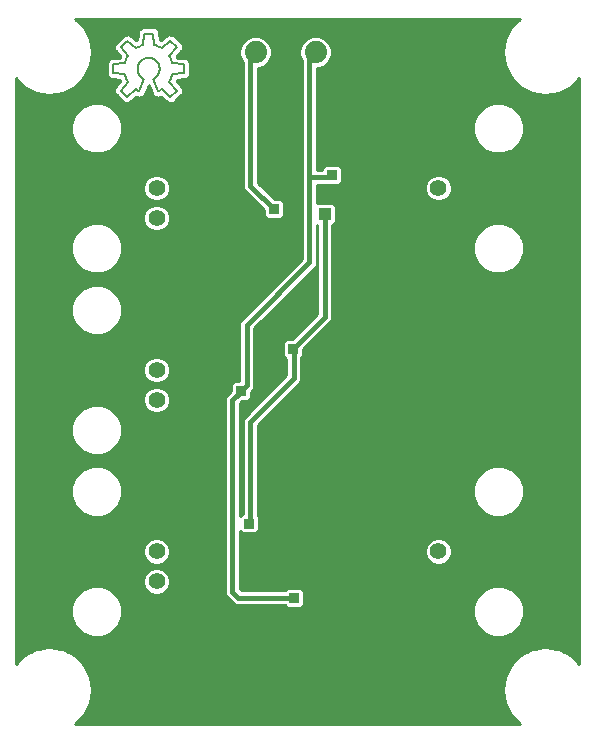
<source format=gbl>
G75*
%MOIN*%
%OFA0B0*%
%FSLAX24Y24*%
%IPPOS*%
%LPD*%
%AMOC8*
5,1,8,0,0,1.08239X$1,22.5*
%
%ADD10C,0.0554*%
%ADD11C,0.0740*%
%ADD12C,0.0100*%
%ADD13R,0.0317X0.0317*%
%ADD14OC8,0.0317*%
%ADD15C,0.0160*%
%ADD16R,0.0396X0.0396*%
%ADD17C,0.0079*%
D10*
X013351Y005351D03*
X013351Y006351D03*
X013351Y011394D03*
X013351Y012394D03*
X013351Y017457D03*
X013351Y018457D03*
X022736Y018457D03*
X022736Y019457D03*
X022736Y007351D03*
X022736Y006351D03*
D11*
X018650Y022985D03*
X017650Y022985D03*
X016650Y022985D03*
D12*
X008651Y022119D02*
X008651Y002590D01*
X008938Y002878D01*
X008938Y002878D01*
X009335Y003080D01*
X009335Y003080D01*
X009776Y003150D01*
X009776Y003150D01*
X010216Y003080D01*
X010613Y002878D01*
X010929Y002562D01*
X010929Y002562D01*
X011131Y002165D01*
X011131Y002165D01*
X011201Y001725D01*
X011131Y001284D01*
X011131Y001284D01*
X010929Y000887D01*
X010929Y000887D01*
X010641Y000600D01*
X025446Y000600D01*
X025158Y000887D01*
X025158Y000887D01*
X024956Y001284D01*
X024956Y001284D01*
X024886Y001725D01*
X024886Y001725D01*
X024956Y002165D01*
X024956Y002165D01*
X025158Y002562D01*
X025158Y002562D01*
X025474Y002878D01*
X025474Y002878D01*
X025871Y003080D01*
X025871Y003080D01*
X026311Y003150D01*
X026311Y003150D01*
X026752Y003080D01*
X026752Y003080D01*
X027149Y002878D01*
X027149Y002878D01*
X027436Y002590D01*
X027436Y022119D01*
X027149Y021832D01*
X027149Y021832D01*
X026752Y021629D01*
X026752Y021629D01*
X026311Y021560D01*
X026311Y021560D01*
X025871Y021629D01*
X025871Y021629D01*
X025474Y021832D01*
X025474Y021832D01*
X025158Y022147D01*
X025158Y022147D01*
X024956Y022544D01*
X024886Y022985D01*
X024956Y023425D01*
X025158Y023822D01*
X025446Y024109D01*
X010641Y024109D01*
X010929Y023822D01*
X010929Y023822D01*
X011131Y023425D01*
X011131Y023425D01*
X011201Y022985D01*
X011131Y022544D01*
X010929Y022147D01*
X010929Y022147D01*
X010613Y021832D01*
X010613Y021832D01*
X010216Y021629D01*
X010216Y021629D01*
X009776Y021560D01*
X009776Y021560D01*
X009335Y021629D01*
X009335Y021629D01*
X008938Y021832D01*
X008938Y021832D01*
X008651Y022119D01*
X008651Y022116D02*
X008654Y022116D01*
X008651Y022017D02*
X008753Y022017D01*
X008851Y021919D02*
X008651Y021919D01*
X008651Y021820D02*
X008961Y021820D01*
X009155Y021722D02*
X008651Y021722D01*
X008651Y021623D02*
X009375Y021623D01*
X008651Y021525D02*
X012038Y021525D01*
X012012Y021551D02*
X012200Y021362D01*
X012248Y021303D01*
X012260Y021302D01*
X012269Y021293D01*
X012345Y021293D01*
X012421Y021286D01*
X012430Y021293D01*
X012442Y021293D01*
X012496Y021347D01*
X012678Y021496D01*
X012692Y021490D01*
X012739Y021470D01*
X012772Y021457D01*
X012772Y021457D01*
X012844Y021486D01*
X012932Y021523D01*
X012932Y021523D01*
X012932Y021523D01*
X012983Y021644D01*
X013083Y021886D01*
X013190Y021629D01*
X013233Y021523D01*
X013233Y021523D01*
X013334Y021481D01*
X013394Y021457D01*
X013431Y021472D01*
X013474Y021490D01*
X013488Y021496D01*
X013670Y021347D01*
X013723Y021293D01*
X013736Y021293D01*
X013745Y021286D01*
X013821Y021293D01*
X013897Y021293D01*
X013905Y021302D01*
X013918Y021303D01*
X013966Y021362D01*
X014154Y021551D01*
X014213Y021599D01*
X014214Y021611D01*
X014223Y021620D01*
X014223Y021696D01*
X014231Y021771D01*
X014223Y021781D01*
X014223Y021793D01*
X014169Y021847D01*
X014029Y022019D01*
X014040Y022037D01*
X014044Y022058D01*
X014266Y022080D01*
X014342Y022080D01*
X014351Y022089D01*
X014363Y022090D01*
X014411Y022149D01*
X014465Y022203D01*
X014465Y022215D01*
X014472Y022224D01*
X014465Y022300D01*
X014465Y022567D01*
X014472Y022643D01*
X014465Y022652D01*
X014465Y022664D01*
X014411Y022718D01*
X014363Y022777D01*
X014351Y022778D01*
X014342Y022787D01*
X014266Y022787D01*
X014044Y022809D01*
X014040Y022830D01*
X014029Y022848D01*
X014169Y023020D01*
X014223Y023074D01*
X014223Y023086D01*
X014231Y023096D01*
X014223Y023171D01*
X014223Y023247D01*
X014214Y023256D01*
X014213Y023268D01*
X014154Y023316D01*
X013966Y023505D01*
X013918Y023564D01*
X013905Y023565D01*
X013897Y023574D01*
X013821Y023574D01*
X013745Y023581D01*
X013736Y023574D01*
X013723Y023574D01*
X013670Y023520D01*
X013497Y023379D01*
X013479Y023390D01*
X013459Y023395D01*
X013436Y023616D01*
X013436Y023692D01*
X025092Y023692D01*
X025142Y023790D02*
X013339Y023790D01*
X013314Y023815D02*
X013301Y023815D01*
X013292Y023823D01*
X013216Y023815D01*
X012950Y023815D01*
X012874Y023823D01*
X012864Y023815D01*
X012852Y023815D01*
X012798Y023761D01*
X012739Y023713D01*
X012738Y023701D01*
X012730Y023692D01*
X010995Y023692D01*
X010945Y023790D02*
X012827Y023790D01*
X012730Y023692D02*
X012730Y023616D01*
X012707Y023395D01*
X012687Y023390D01*
X012687Y023390D01*
X012669Y023379D01*
X012496Y023520D01*
X012442Y023574D01*
X012430Y023574D01*
X012421Y023581D01*
X012345Y023574D01*
X012269Y023574D01*
X012260Y023565D01*
X012248Y023564D01*
X012200Y023505D01*
X012012Y023316D01*
X011953Y023268D01*
X011951Y023256D01*
X011943Y023247D01*
X011943Y023171D01*
X011935Y023096D01*
X011943Y023086D01*
X011943Y023074D01*
X011997Y023020D01*
X012137Y022848D01*
X012126Y022830D01*
X012126Y022830D01*
X012121Y022809D01*
X011900Y022787D01*
X011824Y022787D01*
X011815Y022778D01*
X011803Y022777D01*
X011755Y022718D01*
X011701Y022664D01*
X011701Y022652D01*
X011694Y022643D01*
X011701Y022567D01*
X011701Y022300D01*
X011694Y022224D01*
X011701Y022215D01*
X011701Y022203D01*
X011755Y022149D01*
X011803Y022090D01*
X011815Y022089D01*
X011824Y022080D01*
X011900Y022080D01*
X012121Y022058D01*
X012126Y022037D01*
X012137Y022019D01*
X011997Y021847D01*
X011943Y021793D01*
X011943Y021781D01*
X011935Y021771D01*
X011943Y021696D01*
X011943Y021620D01*
X011951Y021611D01*
X011953Y021599D01*
X012012Y021551D01*
X011943Y021623D02*
X010176Y021623D01*
X010397Y021722D02*
X011940Y021722D01*
X011970Y021820D02*
X010590Y021820D01*
X010700Y021919D02*
X012055Y021919D01*
X012135Y022017D02*
X010799Y022017D01*
X010897Y022116D02*
X011782Y022116D01*
X011701Y022214D02*
X010963Y022214D01*
X011013Y022313D02*
X011701Y022313D01*
X011701Y022411D02*
X011063Y022411D01*
X011113Y022510D02*
X011701Y022510D01*
X011697Y022608D02*
X011141Y022608D01*
X011131Y022544D02*
X011131Y022544D01*
X011157Y022707D02*
X011744Y022707D01*
X012080Y022805D02*
X011172Y022805D01*
X011188Y022904D02*
X012092Y022904D01*
X012011Y023002D02*
X011198Y023002D01*
X011182Y023101D02*
X011936Y023101D01*
X011943Y023199D02*
X011167Y023199D01*
X011151Y023298D02*
X011989Y023298D01*
X012092Y023396D02*
X011136Y023396D01*
X011096Y023495D02*
X012190Y023495D01*
X012527Y023495D02*
X012717Y023495D01*
X012727Y023593D02*
X011045Y023593D01*
X010862Y023889D02*
X025225Y023889D01*
X025323Y023987D02*
X010764Y023987D01*
X010665Y024086D02*
X025422Y024086D01*
X025042Y023593D02*
X013439Y023593D01*
X013449Y023495D02*
X013639Y023495D01*
X013518Y023396D02*
X013459Y023396D01*
X013479Y023390D02*
X013479Y023390D01*
X013436Y023692D02*
X013428Y023701D01*
X013426Y023713D01*
X013367Y023761D01*
X013314Y023815D01*
X013976Y023495D02*
X016470Y023495D01*
X016542Y023525D02*
X016344Y023442D01*
X016192Y023291D01*
X016110Y023092D01*
X016110Y022877D01*
X016192Y022679D01*
X016219Y022652D01*
X016219Y018486D01*
X016257Y018394D01*
X016927Y017724D01*
X016927Y017519D01*
X017027Y017420D01*
X017485Y017420D01*
X017585Y017519D01*
X017585Y017978D01*
X017485Y018077D01*
X017281Y018077D01*
X016719Y018639D01*
X016719Y022445D01*
X016757Y022445D01*
X016956Y022527D01*
X017108Y022679D01*
X017190Y022877D01*
X017190Y023092D01*
X017108Y023291D01*
X016956Y023442D01*
X016757Y023525D01*
X016542Y023525D01*
X016298Y023396D02*
X014074Y023396D01*
X014177Y023298D02*
X016199Y023298D01*
X016154Y023199D02*
X014223Y023199D01*
X014230Y023101D02*
X016113Y023101D01*
X016110Y023002D02*
X014154Y023002D01*
X014074Y022904D02*
X016110Y022904D01*
X016140Y022805D02*
X014086Y022805D01*
X014040Y022830D02*
X014040Y022830D01*
X014422Y022707D02*
X016181Y022707D01*
X016219Y022608D02*
X014469Y022608D01*
X014465Y022510D02*
X016219Y022510D01*
X016219Y022411D02*
X014465Y022411D01*
X014465Y022313D02*
X016219Y022313D01*
X016219Y022214D02*
X014465Y022214D01*
X014384Y022116D02*
X016219Y022116D01*
X016219Y022017D02*
X014030Y022017D01*
X014040Y022037D02*
X014040Y022037D01*
X014111Y021919D02*
X016219Y021919D01*
X016219Y021820D02*
X014196Y021820D01*
X014226Y021722D02*
X016219Y021722D01*
X016219Y021623D02*
X014223Y021623D01*
X014128Y021525D02*
X016219Y021525D01*
X016219Y021426D02*
X014029Y021426D01*
X013937Y021328D02*
X016219Y021328D01*
X016219Y021229D02*
X011692Y021229D01*
X011829Y021172D02*
X011518Y021301D01*
X011183Y021301D01*
X010873Y021172D01*
X010635Y020935D01*
X010507Y020625D01*
X010507Y020289D01*
X010635Y019979D01*
X010873Y019742D01*
X011183Y019613D01*
X011518Y019613D01*
X011829Y019742D01*
X012066Y019979D01*
X012194Y020289D01*
X012194Y020625D01*
X012066Y020935D01*
X011829Y021172D01*
X011870Y021131D02*
X016219Y021131D01*
X016219Y021032D02*
X011969Y021032D01*
X012066Y020934D02*
X016219Y020934D01*
X016219Y020835D02*
X012107Y020835D01*
X012148Y020737D02*
X016219Y020737D01*
X016219Y020638D02*
X012189Y020638D01*
X012194Y020540D02*
X016219Y020540D01*
X016219Y020441D02*
X012194Y020441D01*
X012194Y020343D02*
X016219Y020343D01*
X016219Y020244D02*
X012176Y020244D01*
X012135Y020146D02*
X016219Y020146D01*
X016219Y020047D02*
X012094Y020047D01*
X012035Y019949D02*
X016219Y019949D01*
X016219Y019850D02*
X011937Y019850D01*
X011838Y019752D02*
X016219Y019752D01*
X016219Y019653D02*
X011614Y019653D01*
X011087Y019653D02*
X008651Y019653D01*
X008651Y019555D02*
X016219Y019555D01*
X016219Y019456D02*
X008651Y019456D01*
X008651Y019358D02*
X016219Y019358D01*
X016219Y019259D02*
X008651Y019259D01*
X008651Y019161D02*
X016219Y019161D01*
X016219Y019062D02*
X008651Y019062D01*
X008651Y018964D02*
X016219Y018964D01*
X016219Y018865D02*
X013534Y018865D01*
X013604Y018836D02*
X013440Y018904D01*
X013262Y018904D01*
X013097Y018836D01*
X012972Y018710D01*
X012903Y018546D01*
X012903Y018368D01*
X012972Y018204D01*
X013097Y018078D01*
X013262Y018010D01*
X013440Y018010D01*
X013604Y018078D01*
X013730Y018204D01*
X013798Y018368D01*
X013798Y018546D01*
X013730Y018710D01*
X013604Y018836D01*
X013674Y018767D02*
X016219Y018767D01*
X016219Y018668D02*
X013747Y018668D01*
X013788Y018570D02*
X016219Y018570D01*
X016225Y018471D02*
X013798Y018471D01*
X013798Y018373D02*
X016278Y018373D01*
X016377Y018274D02*
X013759Y018274D01*
X013701Y018176D02*
X016475Y018176D01*
X016574Y018077D02*
X013602Y018077D01*
X013498Y017880D02*
X016771Y017880D01*
X016869Y017782D02*
X013659Y017782D01*
X013604Y017836D02*
X013440Y017904D01*
X013262Y017904D01*
X013097Y017836D01*
X012972Y017710D01*
X012903Y017546D01*
X012903Y017368D01*
X012972Y017204D01*
X013097Y017078D01*
X013262Y017010D01*
X013440Y017010D01*
X013604Y017078D01*
X013730Y017204D01*
X013798Y017368D01*
X013798Y017546D01*
X013730Y017710D01*
X013604Y017836D01*
X013741Y017683D02*
X016927Y017683D01*
X016927Y017585D02*
X013782Y017585D01*
X013798Y017486D02*
X016961Y017486D01*
X017552Y017486D02*
X018187Y017486D01*
X018187Y017388D02*
X013798Y017388D01*
X013765Y017289D02*
X018187Y017289D01*
X018187Y017191D02*
X013716Y017191D01*
X013618Y017092D02*
X018187Y017092D01*
X018187Y016994D02*
X012007Y016994D01*
X012066Y016935D02*
X011829Y017172D01*
X011518Y017301D01*
X011183Y017301D01*
X010873Y017172D01*
X010635Y016935D01*
X010507Y016625D01*
X010507Y016289D01*
X010635Y015979D01*
X010873Y015742D01*
X011183Y015613D01*
X011518Y015613D01*
X011829Y015742D01*
X012066Y015979D01*
X012194Y016289D01*
X012194Y016625D01*
X012066Y016935D01*
X012082Y016895D02*
X018187Y016895D01*
X018187Y016797D02*
X012123Y016797D01*
X012164Y016698D02*
X018187Y016698D01*
X018187Y016600D02*
X012194Y016600D01*
X012194Y016501D02*
X018187Y016501D01*
X018187Y016403D02*
X012194Y016403D01*
X012194Y016304D02*
X018187Y016304D01*
X018187Y016206D02*
X012160Y016206D01*
X012119Y016107D02*
X018187Y016107D01*
X018187Y016080D02*
X016209Y014102D01*
X016139Y014032D01*
X016101Y013940D01*
X012076Y013940D01*
X012066Y013916D02*
X012194Y014226D01*
X012194Y014562D01*
X012066Y014872D01*
X011829Y015109D01*
X011518Y015238D01*
X011183Y015238D01*
X010873Y015109D01*
X010635Y014872D01*
X010507Y014562D01*
X010507Y014226D01*
X010635Y013916D01*
X010873Y013679D01*
X011183Y013550D01*
X011518Y013550D01*
X011829Y013679D01*
X012066Y013916D01*
X011991Y013842D02*
X016101Y013842D01*
X016101Y013940D02*
X016101Y012014D01*
X015925Y012014D01*
X015825Y011915D01*
X015825Y011696D01*
X015666Y011537D01*
X015628Y011445D01*
X015628Y004943D01*
X015666Y004851D01*
X015737Y004781D01*
X015933Y004584D01*
X016025Y004546D01*
X017618Y004546D01*
X017696Y004467D01*
X018155Y004467D01*
X018254Y004567D01*
X018254Y005025D01*
X018155Y005124D01*
X017696Y005124D01*
X017618Y005046D01*
X016179Y005046D01*
X016128Y005096D01*
X016128Y007019D01*
X016200Y006947D01*
X016659Y006947D01*
X016758Y007047D01*
X016758Y007505D01*
X016719Y007545D01*
X016719Y010558D01*
X018067Y011907D01*
X018137Y011977D01*
X018175Y012069D01*
X018175Y012834D01*
X018215Y012874D01*
X018215Y013078D01*
X019161Y014024D01*
X019199Y014116D01*
X019199Y017223D01*
X019218Y017223D01*
X019317Y017322D01*
X019317Y017859D01*
X019218Y017959D01*
X018687Y017959D01*
X018687Y018561D01*
X019414Y018561D01*
X019514Y018661D01*
X019514Y019119D01*
X019414Y019219D01*
X018956Y019219D01*
X018857Y019119D01*
X018857Y019061D01*
X018687Y019061D01*
X018687Y022445D01*
X018757Y022445D01*
X018956Y022527D01*
X019108Y022679D01*
X019190Y022877D01*
X019190Y023092D01*
X019108Y023291D01*
X018956Y023442D01*
X018757Y023525D01*
X018542Y023525D01*
X018344Y023442D01*
X018192Y023291D01*
X018110Y023092D01*
X018110Y022877D01*
X018187Y022690D01*
X018187Y016080D01*
X018115Y016009D02*
X012078Y016009D01*
X011997Y015910D02*
X018017Y015910D01*
X017918Y015812D02*
X011898Y015812D01*
X011759Y015713D02*
X017820Y015713D01*
X017721Y015615D02*
X011521Y015615D01*
X011180Y015615D02*
X008651Y015615D01*
X008651Y015713D02*
X010942Y015713D01*
X010803Y015812D02*
X008651Y015812D01*
X008651Y015910D02*
X010705Y015910D01*
X010623Y016009D02*
X008651Y016009D01*
X008651Y016107D02*
X010582Y016107D01*
X010542Y016206D02*
X008651Y016206D01*
X008651Y016304D02*
X010507Y016304D01*
X010507Y016403D02*
X008651Y016403D01*
X008651Y016501D02*
X010507Y016501D01*
X010507Y016600D02*
X008651Y016600D01*
X008651Y016698D02*
X010537Y016698D01*
X010578Y016797D02*
X008651Y016797D01*
X008651Y016895D02*
X010619Y016895D01*
X010694Y016994D02*
X008651Y016994D01*
X008651Y017092D02*
X010792Y017092D01*
X010917Y017191D02*
X008651Y017191D01*
X008651Y017289D02*
X011154Y017289D01*
X011547Y017289D02*
X012936Y017289D01*
X012903Y017388D02*
X008651Y017388D01*
X008651Y017486D02*
X012903Y017486D01*
X012919Y017585D02*
X008651Y017585D01*
X008651Y017683D02*
X012960Y017683D01*
X013043Y017782D02*
X008651Y017782D01*
X008651Y017880D02*
X013203Y017880D01*
X013100Y018077D02*
X008651Y018077D01*
X008651Y017979D02*
X016672Y017979D01*
X017084Y018274D02*
X018187Y018274D01*
X018187Y018176D02*
X017183Y018176D01*
X016986Y018373D02*
X018187Y018373D01*
X018187Y018471D02*
X016887Y018471D01*
X016789Y018570D02*
X018187Y018570D01*
X018187Y018668D02*
X016719Y018668D01*
X016719Y018767D02*
X018187Y018767D01*
X018187Y018865D02*
X016719Y018865D01*
X016719Y018964D02*
X018187Y018964D01*
X018187Y019062D02*
X016719Y019062D01*
X016719Y019161D02*
X018187Y019161D01*
X018187Y019259D02*
X016719Y019259D01*
X016719Y019358D02*
X018187Y019358D01*
X018187Y019456D02*
X016719Y019456D01*
X016719Y019555D02*
X018187Y019555D01*
X018187Y019653D02*
X016719Y019653D01*
X016719Y019752D02*
X018187Y019752D01*
X018187Y019850D02*
X016719Y019850D01*
X016719Y019949D02*
X018187Y019949D01*
X018187Y020047D02*
X016719Y020047D01*
X016719Y020146D02*
X018187Y020146D01*
X018187Y020244D02*
X016719Y020244D01*
X016719Y020343D02*
X018187Y020343D01*
X018187Y020441D02*
X016719Y020441D01*
X016719Y020540D02*
X018187Y020540D01*
X018187Y020638D02*
X016719Y020638D01*
X016719Y020737D02*
X018187Y020737D01*
X018187Y020835D02*
X016719Y020835D01*
X016719Y020934D02*
X018187Y020934D01*
X018187Y021032D02*
X016719Y021032D01*
X016719Y021131D02*
X018187Y021131D01*
X018187Y021229D02*
X016719Y021229D01*
X016719Y021328D02*
X018187Y021328D01*
X018187Y021426D02*
X016719Y021426D01*
X016719Y021525D02*
X018187Y021525D01*
X018187Y021623D02*
X016719Y021623D01*
X016719Y021722D02*
X018187Y021722D01*
X018187Y021820D02*
X016719Y021820D01*
X016719Y021919D02*
X018187Y021919D01*
X018187Y022017D02*
X016719Y022017D01*
X016719Y022116D02*
X018187Y022116D01*
X018187Y022214D02*
X016719Y022214D01*
X016719Y022313D02*
X018187Y022313D01*
X018187Y022411D02*
X016719Y022411D01*
X016914Y022510D02*
X018187Y022510D01*
X018187Y022608D02*
X017037Y022608D01*
X017119Y022707D02*
X018181Y022707D01*
X018140Y022805D02*
X017160Y022805D01*
X017190Y022904D02*
X018110Y022904D01*
X018110Y023002D02*
X017190Y023002D01*
X017186Y023101D02*
X018113Y023101D01*
X018154Y023199D02*
X017146Y023199D01*
X017101Y023298D02*
X018199Y023298D01*
X018298Y023396D02*
X017002Y023396D01*
X016830Y023495D02*
X018470Y023495D01*
X018830Y023495D02*
X024991Y023495D01*
X024951Y023396D02*
X019002Y023396D01*
X019101Y023298D02*
X024936Y023298D01*
X024920Y023199D02*
X019146Y023199D01*
X019186Y023101D02*
X024905Y023101D01*
X024889Y023002D02*
X019190Y023002D01*
X019190Y022904D02*
X024899Y022904D01*
X024915Y022805D02*
X019160Y022805D01*
X019119Y022707D02*
X024930Y022707D01*
X024946Y022608D02*
X019037Y022608D01*
X018914Y022510D02*
X024974Y022510D01*
X025024Y022411D02*
X018687Y022411D01*
X018687Y022313D02*
X025074Y022313D01*
X025124Y022214D02*
X018687Y022214D01*
X018687Y022116D02*
X025190Y022116D01*
X025288Y022017D02*
X018687Y022017D01*
X018687Y021919D02*
X025387Y021919D01*
X025497Y021820D02*
X018687Y021820D01*
X018687Y021722D02*
X025690Y021722D01*
X025911Y021623D02*
X018687Y021623D01*
X018687Y021525D02*
X027436Y021525D01*
X027436Y021623D02*
X026712Y021623D01*
X026932Y021722D02*
X027436Y021722D01*
X027436Y021820D02*
X027126Y021820D01*
X027236Y021919D02*
X027436Y021919D01*
X027436Y022017D02*
X027334Y022017D01*
X027433Y022116D02*
X027436Y022116D01*
X027436Y021426D02*
X018687Y021426D01*
X018687Y021328D02*
X027436Y021328D01*
X027436Y021229D02*
X025077Y021229D01*
X025214Y021172D02*
X024904Y021301D01*
X024569Y021301D01*
X024259Y021172D01*
X024021Y020935D01*
X023893Y020625D01*
X023893Y020289D01*
X024021Y019979D01*
X024259Y019742D01*
X024569Y019613D01*
X024904Y019613D01*
X025214Y019742D01*
X025452Y019979D01*
X025580Y020289D01*
X025580Y020625D01*
X025452Y020935D01*
X025214Y021172D01*
X025256Y021131D02*
X027436Y021131D01*
X027436Y021032D02*
X025355Y021032D01*
X025452Y020934D02*
X027436Y020934D01*
X027436Y020835D02*
X025493Y020835D01*
X025534Y020737D02*
X027436Y020737D01*
X027436Y020638D02*
X025575Y020638D01*
X025580Y020540D02*
X027436Y020540D01*
X027436Y020441D02*
X025580Y020441D01*
X025580Y020343D02*
X027436Y020343D01*
X027436Y020244D02*
X025561Y020244D01*
X025521Y020146D02*
X027436Y020146D01*
X027436Y020047D02*
X025480Y020047D01*
X025421Y019949D02*
X027436Y019949D01*
X027436Y019850D02*
X025323Y019850D01*
X025224Y019752D02*
X027436Y019752D01*
X027436Y019653D02*
X025000Y019653D01*
X024473Y019653D02*
X018687Y019653D01*
X018687Y019555D02*
X027436Y019555D01*
X027436Y019456D02*
X018687Y019456D01*
X018687Y019358D02*
X027436Y019358D01*
X027436Y019259D02*
X018687Y019259D01*
X018687Y019161D02*
X018898Y019161D01*
X018857Y019062D02*
X018687Y019062D01*
X018687Y019752D02*
X024249Y019752D01*
X024150Y019850D02*
X018687Y019850D01*
X018687Y019949D02*
X024052Y019949D01*
X023993Y020047D02*
X018687Y020047D01*
X018687Y020146D02*
X023952Y020146D01*
X023911Y020244D02*
X018687Y020244D01*
X018687Y020343D02*
X023893Y020343D01*
X023893Y020441D02*
X018687Y020441D01*
X018687Y020540D02*
X023893Y020540D01*
X023898Y020638D02*
X018687Y020638D01*
X018687Y020737D02*
X023939Y020737D01*
X023980Y020835D02*
X018687Y020835D01*
X018687Y020934D02*
X024021Y020934D01*
X024118Y021032D02*
X018687Y021032D01*
X018687Y021131D02*
X024217Y021131D01*
X024395Y021229D02*
X018687Y021229D01*
X019473Y019161D02*
X027436Y019161D01*
X027436Y019062D02*
X019514Y019062D01*
X019514Y018964D02*
X027436Y018964D01*
X027436Y018865D02*
X022920Y018865D01*
X022990Y018836D02*
X022825Y018904D01*
X022648Y018904D01*
X022483Y018836D01*
X022357Y018710D01*
X022289Y018546D01*
X022289Y018368D01*
X022357Y018204D01*
X022483Y018078D01*
X022648Y018010D01*
X022825Y018010D01*
X022990Y018078D01*
X023116Y018204D01*
X023184Y018368D01*
X023184Y018546D01*
X023116Y018710D01*
X022990Y018836D01*
X023059Y018767D02*
X027436Y018767D01*
X027436Y018668D02*
X023133Y018668D01*
X023174Y018570D02*
X027436Y018570D01*
X027436Y018471D02*
X023184Y018471D01*
X023184Y018373D02*
X027436Y018373D01*
X027436Y018274D02*
X023145Y018274D01*
X023087Y018176D02*
X027436Y018176D01*
X027436Y018077D02*
X022987Y018077D01*
X022485Y018077D02*
X018687Y018077D01*
X018687Y017979D02*
X027436Y017979D01*
X027436Y017880D02*
X019297Y017880D01*
X019317Y017782D02*
X027436Y017782D01*
X027436Y017683D02*
X019317Y017683D01*
X019317Y017585D02*
X027436Y017585D01*
X027436Y017486D02*
X019317Y017486D01*
X019317Y017388D02*
X027436Y017388D01*
X027436Y017289D02*
X024933Y017289D01*
X024904Y017301D02*
X025214Y017172D01*
X025452Y016935D01*
X025580Y016625D01*
X025580Y016289D01*
X025452Y015979D01*
X025214Y015742D01*
X024904Y015613D01*
X024569Y015613D01*
X024259Y015742D01*
X024021Y015979D01*
X023893Y016289D01*
X023893Y016625D01*
X024021Y016935D01*
X024259Y017172D01*
X024569Y017301D01*
X024904Y017301D01*
X025170Y017191D02*
X027436Y017191D01*
X027436Y017092D02*
X025295Y017092D01*
X025393Y016994D02*
X027436Y016994D01*
X027436Y016895D02*
X025468Y016895D01*
X025509Y016797D02*
X027436Y016797D01*
X027436Y016698D02*
X025550Y016698D01*
X025580Y016600D02*
X027436Y016600D01*
X027436Y016501D02*
X025580Y016501D01*
X025580Y016403D02*
X027436Y016403D01*
X027436Y016304D02*
X025580Y016304D01*
X025545Y016206D02*
X027436Y016206D01*
X027436Y016107D02*
X025505Y016107D01*
X025464Y016009D02*
X027436Y016009D01*
X027436Y015910D02*
X025383Y015910D01*
X025284Y015812D02*
X027436Y015812D01*
X027436Y015713D02*
X025145Y015713D01*
X024907Y015615D02*
X027436Y015615D01*
X027436Y015516D02*
X019199Y015516D01*
X019199Y015418D02*
X027436Y015418D01*
X027436Y015319D02*
X019199Y015319D01*
X019199Y015221D02*
X027436Y015221D01*
X027436Y015122D02*
X019199Y015122D01*
X019199Y015024D02*
X027436Y015024D01*
X027436Y014925D02*
X019199Y014925D01*
X019199Y014827D02*
X027436Y014827D01*
X027436Y014728D02*
X019199Y014728D01*
X019199Y014630D02*
X027436Y014630D01*
X027436Y014531D02*
X019199Y014531D01*
X019199Y014433D02*
X027436Y014433D01*
X027436Y014334D02*
X019199Y014334D01*
X019199Y014236D02*
X027436Y014236D01*
X027436Y014137D02*
X019199Y014137D01*
X019167Y014039D02*
X027436Y014039D01*
X027436Y013940D02*
X019077Y013940D01*
X018978Y013842D02*
X027436Y013842D01*
X027436Y013743D02*
X018880Y013743D01*
X018781Y013645D02*
X027436Y013645D01*
X027436Y013546D02*
X018683Y013546D01*
X018584Y013448D02*
X027436Y013448D01*
X027436Y013349D02*
X018486Y013349D01*
X018387Y013251D02*
X027436Y013251D01*
X027436Y013152D02*
X018289Y013152D01*
X018215Y013054D02*
X027436Y013054D01*
X027436Y012955D02*
X018215Y012955D01*
X018198Y012857D02*
X027436Y012857D01*
X027436Y012758D02*
X018175Y012758D01*
X018175Y012660D02*
X027436Y012660D01*
X027436Y012561D02*
X018175Y012561D01*
X018175Y012463D02*
X027436Y012463D01*
X027436Y012364D02*
X018175Y012364D01*
X018175Y012266D02*
X027436Y012266D01*
X027436Y012167D02*
X018175Y012167D01*
X018175Y012069D02*
X027436Y012069D01*
X027436Y011970D02*
X018131Y011970D01*
X018032Y011872D02*
X027436Y011872D01*
X027436Y011773D02*
X017934Y011773D01*
X017835Y011675D02*
X027436Y011675D01*
X027436Y011576D02*
X017737Y011576D01*
X017638Y011478D02*
X027436Y011478D01*
X027436Y011379D02*
X017540Y011379D01*
X017441Y011281D02*
X027436Y011281D01*
X027436Y011182D02*
X017343Y011182D01*
X017244Y011084D02*
X027436Y011084D01*
X027436Y010985D02*
X017146Y010985D01*
X017047Y010887D02*
X027436Y010887D01*
X027436Y010788D02*
X016949Y010788D01*
X016850Y010690D02*
X027436Y010690D01*
X027436Y010591D02*
X016752Y010591D01*
X016719Y010493D02*
X027436Y010493D01*
X027436Y010394D02*
X016719Y010394D01*
X016719Y010296D02*
X027436Y010296D01*
X027436Y010197D02*
X016719Y010197D01*
X016719Y010099D02*
X027436Y010099D01*
X027436Y010000D02*
X016719Y010000D01*
X016719Y009902D02*
X027436Y009902D01*
X027436Y009803D02*
X016719Y009803D01*
X016719Y009705D02*
X027436Y009705D01*
X027436Y009606D02*
X016719Y009606D01*
X016719Y009508D02*
X027436Y009508D01*
X027436Y009409D02*
X016719Y009409D01*
X016719Y009311D02*
X027436Y009311D01*
X027436Y009212D02*
X016719Y009212D01*
X016719Y009114D02*
X024373Y009114D01*
X024259Y009066D02*
X024021Y008829D01*
X023893Y008519D01*
X023893Y008183D01*
X024021Y007873D01*
X024259Y007636D01*
X024569Y007507D01*
X024904Y007507D01*
X025214Y007636D01*
X025452Y007873D01*
X025580Y008183D01*
X025580Y008519D01*
X025452Y008829D01*
X025214Y009066D01*
X024904Y009194D01*
X024569Y009194D01*
X024259Y009066D01*
X024208Y009015D02*
X016719Y009015D01*
X016719Y008917D02*
X024109Y008917D01*
X024017Y008818D02*
X016719Y008818D01*
X016719Y008720D02*
X023976Y008720D01*
X023935Y008621D02*
X016719Y008621D01*
X016719Y008523D02*
X023894Y008523D01*
X023893Y008424D02*
X016719Y008424D01*
X016719Y008326D02*
X023893Y008326D01*
X023893Y008227D02*
X016719Y008227D01*
X016719Y008129D02*
X023915Y008129D01*
X023956Y008030D02*
X016719Y008030D01*
X016719Y007932D02*
X023997Y007932D01*
X024061Y007833D02*
X016719Y007833D01*
X016719Y007735D02*
X024160Y007735D01*
X024258Y007636D02*
X016719Y007636D01*
X016726Y007538D02*
X024495Y007538D01*
X024978Y007538D02*
X027436Y007538D01*
X027436Y007636D02*
X025215Y007636D01*
X025313Y007735D02*
X027436Y007735D01*
X027436Y007833D02*
X025412Y007833D01*
X025476Y007932D02*
X027436Y007932D01*
X027436Y008030D02*
X025517Y008030D01*
X025558Y008129D02*
X027436Y008129D01*
X027436Y008227D02*
X025580Y008227D01*
X025580Y008326D02*
X027436Y008326D01*
X027436Y008424D02*
X025580Y008424D01*
X025579Y008523D02*
X027436Y008523D01*
X027436Y008621D02*
X025538Y008621D01*
X025497Y008720D02*
X027436Y008720D01*
X027436Y008818D02*
X025456Y008818D01*
X025364Y008917D02*
X027436Y008917D01*
X027436Y009015D02*
X025265Y009015D01*
X025100Y009114D02*
X027436Y009114D01*
X027436Y007439D02*
X016758Y007439D01*
X016758Y007341D02*
X027436Y007341D01*
X027436Y007242D02*
X016758Y007242D01*
X016758Y007144D02*
X027436Y007144D01*
X027436Y007045D02*
X016756Y007045D01*
X016128Y006947D02*
X027436Y006947D01*
X027436Y006848D02*
X016128Y006848D01*
X016128Y006750D02*
X022531Y006750D01*
X022483Y006730D02*
X022357Y006604D01*
X022289Y006440D01*
X022289Y006262D01*
X022357Y006097D01*
X022483Y005972D01*
X022648Y005904D01*
X022825Y005904D01*
X022990Y005972D01*
X023116Y006097D01*
X023184Y006262D01*
X023184Y006440D01*
X023116Y006604D01*
X022990Y006730D01*
X022825Y006798D01*
X022648Y006798D01*
X022483Y006730D01*
X022404Y006651D02*
X016128Y006651D01*
X016128Y006553D02*
X022336Y006553D01*
X022295Y006454D02*
X016128Y006454D01*
X016128Y006356D02*
X022289Y006356D01*
X022291Y006257D02*
X016128Y006257D01*
X016128Y006159D02*
X022332Y006159D01*
X022395Y006060D02*
X016128Y006060D01*
X016128Y005962D02*
X022508Y005962D01*
X022965Y005962D02*
X027436Y005962D01*
X027436Y006060D02*
X023078Y006060D01*
X023141Y006159D02*
X027436Y006159D01*
X027436Y006257D02*
X023182Y006257D01*
X023184Y006356D02*
X027436Y006356D01*
X027436Y006454D02*
X023178Y006454D01*
X023137Y006553D02*
X027436Y006553D01*
X027436Y006651D02*
X023069Y006651D01*
X022942Y006750D02*
X027436Y006750D01*
X027436Y005863D02*
X016128Y005863D01*
X016128Y005765D02*
X027436Y005765D01*
X027436Y005666D02*
X016128Y005666D01*
X016128Y005568D02*
X027436Y005568D01*
X027436Y005469D02*
X016128Y005469D01*
X016128Y005371D02*
X027436Y005371D01*
X027436Y005272D02*
X016128Y005272D01*
X016128Y005174D02*
X024518Y005174D01*
X024569Y005194D02*
X024259Y005066D01*
X024021Y004829D01*
X023893Y004519D01*
X023893Y004183D01*
X024021Y003873D01*
X024259Y003636D01*
X024569Y003507D01*
X024904Y003507D01*
X025214Y003636D01*
X025452Y003873D01*
X025580Y004183D01*
X025580Y004519D01*
X025452Y004829D01*
X025214Y005066D01*
X024904Y005194D01*
X024569Y005194D01*
X024280Y005075D02*
X018204Y005075D01*
X018254Y004977D02*
X024169Y004977D01*
X024071Y004878D02*
X018254Y004878D01*
X018254Y004780D02*
X024001Y004780D01*
X023960Y004681D02*
X018254Y004681D01*
X018254Y004583D02*
X023919Y004583D01*
X023893Y004484D02*
X018172Y004484D01*
X017679Y004484D02*
X012194Y004484D01*
X012194Y004519D02*
X012066Y004829D01*
X011829Y005066D01*
X011518Y005194D01*
X011183Y005194D01*
X010873Y005066D01*
X010635Y004829D01*
X010507Y004519D01*
X010507Y004183D01*
X010635Y003873D01*
X010873Y003636D01*
X011183Y003507D01*
X011518Y003507D01*
X011829Y003636D01*
X012066Y003873D01*
X012194Y004183D01*
X012194Y004519D01*
X012168Y004583D02*
X015936Y004583D01*
X015836Y004681D02*
X012127Y004681D01*
X012086Y004780D02*
X015738Y004780D01*
X015655Y004878D02*
X012017Y004878D01*
X011918Y004977D02*
X013093Y004977D01*
X013097Y004972D02*
X013262Y004904D01*
X013440Y004904D01*
X013604Y004972D01*
X013730Y005097D01*
X013798Y005262D01*
X013798Y005440D01*
X013730Y005604D01*
X013604Y005730D01*
X013440Y005798D01*
X013262Y005798D01*
X013097Y005730D01*
X012972Y005604D01*
X012903Y005440D01*
X012903Y005262D01*
X012972Y005097D01*
X013097Y004972D01*
X012994Y005075D02*
X011807Y005075D01*
X011569Y005174D02*
X012940Y005174D01*
X012903Y005272D02*
X008651Y005272D01*
X008651Y005174D02*
X011132Y005174D01*
X010894Y005075D02*
X008651Y005075D01*
X008651Y004977D02*
X010783Y004977D01*
X010685Y004878D02*
X008651Y004878D01*
X008651Y004780D02*
X010615Y004780D01*
X010574Y004681D02*
X008651Y004681D01*
X008651Y004583D02*
X010533Y004583D01*
X010507Y004484D02*
X008651Y004484D01*
X008651Y004386D02*
X010507Y004386D01*
X010507Y004287D02*
X008651Y004287D01*
X008651Y004189D02*
X010507Y004189D01*
X010545Y004090D02*
X008651Y004090D01*
X008651Y003992D02*
X010586Y003992D01*
X010627Y003893D02*
X008651Y003893D01*
X008651Y003795D02*
X010714Y003795D01*
X010812Y003696D02*
X008651Y003696D01*
X008651Y003598D02*
X010965Y003598D01*
X011737Y003598D02*
X024350Y003598D01*
X024198Y003696D02*
X011889Y003696D01*
X011988Y003795D02*
X024100Y003795D01*
X024013Y003893D02*
X012074Y003893D01*
X012115Y003992D02*
X023972Y003992D01*
X023931Y004090D02*
X012156Y004090D01*
X012194Y004189D02*
X023893Y004189D01*
X023893Y004287D02*
X012194Y004287D01*
X012194Y004386D02*
X023893Y004386D01*
X024955Y005174D02*
X027436Y005174D01*
X027436Y005075D02*
X025193Y005075D01*
X025304Y004977D02*
X027436Y004977D01*
X027436Y004878D02*
X025402Y004878D01*
X025472Y004780D02*
X027436Y004780D01*
X027436Y004681D02*
X025513Y004681D01*
X025554Y004583D02*
X027436Y004583D01*
X027436Y004484D02*
X025580Y004484D01*
X025580Y004386D02*
X027436Y004386D01*
X027436Y004287D02*
X025580Y004287D01*
X025580Y004189D02*
X027436Y004189D01*
X027436Y004090D02*
X025542Y004090D01*
X025501Y003992D02*
X027436Y003992D01*
X027436Y003893D02*
X025460Y003893D01*
X025373Y003795D02*
X027436Y003795D01*
X027436Y003696D02*
X025275Y003696D01*
X025123Y003598D02*
X027436Y003598D01*
X027436Y003499D02*
X008651Y003499D01*
X008651Y003401D02*
X027436Y003401D01*
X027436Y003302D02*
X008651Y003302D01*
X008651Y003204D02*
X027436Y003204D01*
X027436Y003105D02*
X026594Y003105D01*
X026896Y003007D02*
X027436Y003007D01*
X027436Y002908D02*
X027089Y002908D01*
X027217Y002810D02*
X027436Y002810D01*
X027436Y002711D02*
X027315Y002711D01*
X027414Y002613D02*
X027436Y002613D01*
X026028Y003105D02*
X010059Y003105D01*
X010361Y003007D02*
X025727Y003007D01*
X025533Y002908D02*
X010554Y002908D01*
X010682Y002810D02*
X025406Y002810D01*
X025307Y002711D02*
X010780Y002711D01*
X010879Y002613D02*
X025209Y002613D01*
X025134Y002514D02*
X010953Y002514D01*
X011004Y002416D02*
X025084Y002416D01*
X025033Y002317D02*
X011054Y002317D01*
X011104Y002219D02*
X024983Y002219D01*
X024949Y002120D02*
X011138Y002120D01*
X011154Y002022D02*
X024933Y002022D01*
X024918Y001923D02*
X011169Y001923D01*
X011185Y001825D02*
X024902Y001825D01*
X024886Y001726D02*
X011201Y001726D01*
X011185Y001628D02*
X024902Y001628D01*
X024917Y001529D02*
X011170Y001529D01*
X011154Y001431D02*
X024933Y001431D01*
X024948Y001332D02*
X011139Y001332D01*
X011105Y001234D02*
X024982Y001234D01*
X025032Y001135D02*
X011055Y001135D01*
X011005Y001037D02*
X025082Y001037D01*
X025133Y000938D02*
X010955Y000938D01*
X010881Y000840D02*
X025206Y000840D01*
X025305Y000741D02*
X010782Y000741D01*
X010684Y000643D02*
X025403Y000643D01*
X017647Y005075D02*
X016149Y005075D01*
X015628Y005075D02*
X013707Y005075D01*
X013761Y005174D02*
X015628Y005174D01*
X015628Y005272D02*
X013798Y005272D01*
X013798Y005371D02*
X015628Y005371D01*
X015628Y005469D02*
X013786Y005469D01*
X013745Y005568D02*
X015628Y005568D01*
X015628Y005666D02*
X013668Y005666D01*
X013520Y005765D02*
X015628Y005765D01*
X015628Y005863D02*
X008651Y005863D01*
X008651Y005765D02*
X013181Y005765D01*
X013262Y005904D02*
X013440Y005904D01*
X013604Y005972D01*
X013730Y006097D01*
X013798Y006262D01*
X013798Y006440D01*
X013730Y006604D01*
X013604Y006730D01*
X013440Y006798D01*
X013262Y006798D01*
X013097Y006730D01*
X012972Y006604D01*
X012903Y006440D01*
X012903Y006262D01*
X012972Y006097D01*
X013097Y005972D01*
X013262Y005904D01*
X013122Y005962D02*
X008651Y005962D01*
X008651Y006060D02*
X013009Y006060D01*
X012946Y006159D02*
X008651Y006159D01*
X008651Y006257D02*
X012905Y006257D01*
X012903Y006356D02*
X008651Y006356D01*
X008651Y006454D02*
X012909Y006454D01*
X012950Y006553D02*
X008651Y006553D01*
X008651Y006651D02*
X013018Y006651D01*
X013145Y006750D02*
X008651Y006750D01*
X008651Y006848D02*
X015628Y006848D01*
X015628Y006750D02*
X013557Y006750D01*
X013683Y006651D02*
X015628Y006651D01*
X015628Y006553D02*
X013751Y006553D01*
X013792Y006454D02*
X015628Y006454D01*
X015628Y006356D02*
X013798Y006356D01*
X013796Y006257D02*
X015628Y006257D01*
X015628Y006159D02*
X013755Y006159D01*
X013692Y006060D02*
X015628Y006060D01*
X015628Y005962D02*
X013579Y005962D01*
X013033Y005666D02*
X008651Y005666D01*
X008651Y005568D02*
X012956Y005568D01*
X012916Y005469D02*
X008651Y005469D01*
X008651Y005371D02*
X012903Y005371D01*
X013609Y004977D02*
X015628Y004977D01*
X015628Y006947D02*
X008651Y006947D01*
X008651Y007045D02*
X015628Y007045D01*
X015628Y007144D02*
X008651Y007144D01*
X008651Y007242D02*
X015628Y007242D01*
X015628Y007341D02*
X008651Y007341D01*
X008651Y007439D02*
X015628Y007439D01*
X015628Y007538D02*
X011592Y007538D01*
X011518Y007507D02*
X011829Y007636D01*
X015628Y007636D01*
X015628Y007735D02*
X011928Y007735D01*
X012026Y007833D02*
X015628Y007833D01*
X015628Y007932D02*
X012090Y007932D01*
X012066Y007873D02*
X012194Y008183D01*
X012194Y008519D01*
X012066Y008829D01*
X011829Y009066D01*
X011518Y009194D01*
X011183Y009194D01*
X010873Y009066D01*
X010635Y008829D01*
X010507Y008519D01*
X010507Y008183D01*
X010635Y007873D01*
X010873Y007636D01*
X011183Y007507D01*
X011518Y007507D01*
X011829Y007636D02*
X012066Y007873D01*
X012131Y008030D02*
X015628Y008030D01*
X015628Y008129D02*
X012172Y008129D01*
X012194Y008227D02*
X015628Y008227D01*
X015628Y008326D02*
X012194Y008326D01*
X012194Y008424D02*
X015628Y008424D01*
X015628Y008523D02*
X012193Y008523D01*
X012152Y008621D02*
X015628Y008621D01*
X015628Y008720D02*
X012111Y008720D01*
X012070Y008818D02*
X015628Y008818D01*
X015628Y008917D02*
X011978Y008917D01*
X011880Y009015D02*
X015628Y009015D01*
X015628Y009114D02*
X011714Y009114D01*
X011518Y009550D02*
X011183Y009550D01*
X010873Y009679D01*
X010635Y009916D01*
X010507Y010226D01*
X010507Y010562D01*
X010635Y010872D01*
X010873Y011109D01*
X011183Y011238D01*
X011518Y011238D01*
X011829Y011109D01*
X012066Y010872D01*
X012194Y010562D01*
X012194Y010226D01*
X012066Y009916D01*
X011829Y009679D01*
X011518Y009550D01*
X011653Y009606D02*
X015628Y009606D01*
X015628Y009508D02*
X008651Y009508D01*
X008651Y009606D02*
X011049Y009606D01*
X010847Y009705D02*
X008651Y009705D01*
X008651Y009803D02*
X010749Y009803D01*
X010650Y009902D02*
X008651Y009902D01*
X008651Y010000D02*
X010601Y010000D01*
X010560Y010099D02*
X008651Y010099D01*
X008651Y010197D02*
X010519Y010197D01*
X010507Y010296D02*
X008651Y010296D01*
X008651Y010394D02*
X010507Y010394D01*
X010507Y010493D02*
X008651Y010493D01*
X008651Y010591D02*
X010519Y010591D01*
X010560Y010690D02*
X008651Y010690D01*
X008651Y010788D02*
X010601Y010788D01*
X010650Y010887D02*
X008651Y010887D01*
X008651Y010985D02*
X010748Y010985D01*
X010847Y011084D02*
X008651Y011084D01*
X008651Y011182D02*
X011048Y011182D01*
X011653Y011182D02*
X012954Y011182D01*
X012972Y011141D02*
X013097Y011015D01*
X013262Y010947D01*
X013440Y010947D01*
X013604Y011015D01*
X013730Y011141D01*
X013798Y011305D01*
X013798Y011483D01*
X013730Y011647D01*
X013604Y011773D01*
X015825Y011773D01*
X015825Y011872D02*
X008651Y011872D01*
X008651Y011970D02*
X013206Y011970D01*
X013262Y011947D02*
X013440Y011947D01*
X013604Y012015D01*
X013730Y012141D01*
X013798Y012305D01*
X013798Y012483D01*
X013730Y012647D01*
X013604Y012773D01*
X013440Y012841D01*
X013262Y012841D01*
X013097Y012773D01*
X012972Y012647D01*
X012903Y012483D01*
X012903Y012305D01*
X012972Y012141D01*
X013097Y012015D01*
X013262Y011947D01*
X013262Y011841D02*
X013097Y011773D01*
X008651Y011773D01*
X008651Y011675D02*
X012999Y011675D01*
X012972Y011647D02*
X013097Y011773D01*
X012972Y011647D02*
X012903Y011483D01*
X012903Y011305D01*
X012972Y011141D01*
X013029Y011084D02*
X011854Y011084D01*
X011953Y010985D02*
X013170Y010985D01*
X013532Y010985D02*
X015628Y010985D01*
X015628Y010887D02*
X012051Y010887D01*
X012101Y010788D02*
X015628Y010788D01*
X015628Y010690D02*
X012141Y010690D01*
X012182Y010591D02*
X015628Y010591D01*
X015628Y010493D02*
X012194Y010493D01*
X012194Y010394D02*
X015628Y010394D01*
X015628Y010296D02*
X012194Y010296D01*
X012182Y010197D02*
X015628Y010197D01*
X015628Y010099D02*
X012141Y010099D01*
X012101Y010000D02*
X015628Y010000D01*
X015628Y009902D02*
X012051Y009902D01*
X011953Y009803D02*
X015628Y009803D01*
X015628Y009705D02*
X011854Y009705D01*
X010987Y009114D02*
X008651Y009114D01*
X008651Y009212D02*
X015628Y009212D01*
X015628Y009311D02*
X008651Y009311D01*
X008651Y009409D02*
X015628Y009409D01*
X016128Y009409D02*
X016219Y009409D01*
X016219Y009311D02*
X016128Y009311D01*
X016128Y009212D02*
X016219Y009212D01*
X016219Y009114D02*
X016128Y009114D01*
X016128Y009015D02*
X016219Y009015D01*
X016219Y008917D02*
X016128Y008917D01*
X016128Y008818D02*
X016219Y008818D01*
X016219Y008720D02*
X016128Y008720D01*
X016128Y008621D02*
X016219Y008621D01*
X016219Y008523D02*
X016128Y008523D01*
X016128Y008424D02*
X016219Y008424D01*
X016219Y008326D02*
X016128Y008326D01*
X016128Y008227D02*
X016219Y008227D01*
X016219Y008129D02*
X016128Y008129D01*
X016128Y008030D02*
X016219Y008030D01*
X016219Y007932D02*
X016128Y007932D01*
X016128Y007833D02*
X016219Y007833D01*
X016219Y007735D02*
X016128Y007735D01*
X016128Y007636D02*
X016219Y007636D01*
X016219Y007605D02*
X016200Y007605D01*
X016128Y007533D01*
X016128Y011292D01*
X016193Y011357D01*
X016383Y011357D01*
X016483Y011456D01*
X016483Y011661D01*
X016563Y011741D01*
X016601Y011833D01*
X016601Y013787D01*
X018649Y015835D01*
X018687Y015927D01*
X018687Y017223D01*
X018699Y017223D01*
X018699Y014269D01*
X017861Y013431D01*
X017657Y013431D01*
X017557Y013332D01*
X017557Y012874D01*
X017657Y012774D01*
X017675Y012774D01*
X017675Y012222D01*
X016257Y010803D01*
X016219Y010712D01*
X016219Y007605D01*
X016133Y007538D02*
X016128Y007538D01*
X016128Y009508D02*
X016219Y009508D01*
X016219Y009606D02*
X016128Y009606D01*
X016128Y009705D02*
X016219Y009705D01*
X016219Y009803D02*
X016128Y009803D01*
X016128Y009902D02*
X016219Y009902D01*
X016219Y010000D02*
X016128Y010000D01*
X016128Y010099D02*
X016219Y010099D01*
X016219Y010197D02*
X016128Y010197D01*
X016128Y010296D02*
X016219Y010296D01*
X016219Y010394D02*
X016128Y010394D01*
X016128Y010493D02*
X016219Y010493D01*
X016219Y010591D02*
X016128Y010591D01*
X016128Y010690D02*
X016219Y010690D01*
X016250Y010788D02*
X016128Y010788D01*
X016128Y010887D02*
X016340Y010887D01*
X016438Y010985D02*
X016128Y010985D01*
X016128Y011084D02*
X016537Y011084D01*
X016635Y011182D02*
X016128Y011182D01*
X016128Y011281D02*
X016734Y011281D01*
X016832Y011379D02*
X016405Y011379D01*
X016483Y011478D02*
X016931Y011478D01*
X017029Y011576D02*
X016483Y011576D01*
X016496Y011675D02*
X017128Y011675D01*
X017226Y011773D02*
X016576Y011773D01*
X016601Y011872D02*
X017325Y011872D01*
X017423Y011970D02*
X016601Y011970D01*
X016601Y012069D02*
X017522Y012069D01*
X017620Y012167D02*
X016601Y012167D01*
X016601Y012266D02*
X017675Y012266D01*
X017675Y012364D02*
X016601Y012364D01*
X016601Y012463D02*
X017675Y012463D01*
X017675Y012561D02*
X016601Y012561D01*
X016601Y012660D02*
X017675Y012660D01*
X017675Y012758D02*
X016601Y012758D01*
X016601Y012857D02*
X017574Y012857D01*
X017557Y012955D02*
X016601Y012955D01*
X016601Y013054D02*
X017557Y013054D01*
X017557Y013152D02*
X016601Y013152D01*
X016601Y013251D02*
X017557Y013251D01*
X017574Y013349D02*
X016601Y013349D01*
X016601Y013448D02*
X017877Y013448D01*
X017976Y013546D02*
X016601Y013546D01*
X016601Y013645D02*
X018074Y013645D01*
X018173Y013743D02*
X016601Y013743D01*
X016656Y013842D02*
X018271Y013842D01*
X018370Y013940D02*
X016754Y013940D01*
X016853Y014039D02*
X018468Y014039D01*
X018567Y014137D02*
X016951Y014137D01*
X017050Y014236D02*
X018665Y014236D01*
X018699Y014334D02*
X017148Y014334D01*
X017247Y014433D02*
X018699Y014433D01*
X018699Y014531D02*
X017345Y014531D01*
X017444Y014630D02*
X018699Y014630D01*
X018699Y014728D02*
X017542Y014728D01*
X017641Y014827D02*
X018699Y014827D01*
X018699Y014925D02*
X017739Y014925D01*
X017838Y015024D02*
X018699Y015024D01*
X018699Y015122D02*
X017936Y015122D01*
X018035Y015221D02*
X018699Y015221D01*
X018699Y015319D02*
X018133Y015319D01*
X018232Y015418D02*
X018699Y015418D01*
X018699Y015516D02*
X018330Y015516D01*
X018429Y015615D02*
X018699Y015615D01*
X018699Y015713D02*
X018527Y015713D01*
X018626Y015812D02*
X018699Y015812D01*
X018699Y015910D02*
X018680Y015910D01*
X018687Y016009D02*
X018699Y016009D01*
X018687Y016107D02*
X018699Y016107D01*
X018687Y016206D02*
X018699Y016206D01*
X018687Y016304D02*
X018699Y016304D01*
X018687Y016403D02*
X018699Y016403D01*
X018687Y016501D02*
X018699Y016501D01*
X018687Y016600D02*
X018699Y016600D01*
X018687Y016698D02*
X018699Y016698D01*
X018687Y016797D02*
X018699Y016797D01*
X018687Y016895D02*
X018699Y016895D01*
X018687Y016994D02*
X018699Y016994D01*
X018687Y017092D02*
X018699Y017092D01*
X018687Y017191D02*
X018699Y017191D01*
X019199Y017191D02*
X024302Y017191D01*
X024178Y017092D02*
X019199Y017092D01*
X019199Y016994D02*
X024080Y016994D01*
X024005Y016895D02*
X019199Y016895D01*
X019199Y016797D02*
X023964Y016797D01*
X023923Y016698D02*
X019199Y016698D01*
X019199Y016600D02*
X023893Y016600D01*
X023893Y016501D02*
X019199Y016501D01*
X019199Y016403D02*
X023893Y016403D01*
X023893Y016304D02*
X019199Y016304D01*
X019199Y016206D02*
X023927Y016206D01*
X023968Y016107D02*
X019199Y016107D01*
X019199Y016009D02*
X024009Y016009D01*
X024090Y015910D02*
X019199Y015910D01*
X019199Y015812D02*
X024189Y015812D01*
X024328Y015713D02*
X019199Y015713D01*
X019199Y015615D02*
X024566Y015615D01*
X024540Y017289D02*
X019284Y017289D01*
X018187Y017585D02*
X017585Y017585D01*
X017585Y017683D02*
X018187Y017683D01*
X018187Y017782D02*
X017585Y017782D01*
X017585Y017880D02*
X018187Y017880D01*
X018187Y017979D02*
X017584Y017979D01*
X017485Y018077D02*
X018187Y018077D01*
X018687Y018176D02*
X022386Y018176D01*
X022328Y018274D02*
X018687Y018274D01*
X018687Y018373D02*
X022289Y018373D01*
X022289Y018471D02*
X018687Y018471D01*
X019423Y018570D02*
X022299Y018570D01*
X022340Y018668D02*
X019514Y018668D01*
X019514Y018767D02*
X022414Y018767D01*
X022553Y018865D02*
X019514Y018865D01*
X017623Y015516D02*
X008651Y015516D01*
X008651Y015418D02*
X017524Y015418D01*
X017426Y015319D02*
X008651Y015319D01*
X008651Y015221D02*
X011141Y015221D01*
X010903Y015122D02*
X008651Y015122D01*
X008651Y015024D02*
X010787Y015024D01*
X010688Y014925D02*
X008651Y014925D01*
X008651Y014827D02*
X010617Y014827D01*
X010576Y014728D02*
X008651Y014728D01*
X008651Y014630D02*
X010535Y014630D01*
X010507Y014531D02*
X008651Y014531D01*
X008651Y014433D02*
X010507Y014433D01*
X010507Y014334D02*
X008651Y014334D01*
X008651Y014236D02*
X010507Y014236D01*
X010544Y014137D02*
X008651Y014137D01*
X008651Y014039D02*
X010585Y014039D01*
X010625Y013940D02*
X008651Y013940D01*
X008651Y013842D02*
X010710Y013842D01*
X010809Y013743D02*
X008651Y013743D01*
X008651Y013645D02*
X010956Y013645D01*
X011746Y013645D02*
X016101Y013645D01*
X016101Y013743D02*
X011893Y013743D01*
X012117Y014039D02*
X016145Y014039D01*
X016244Y014137D02*
X012157Y014137D01*
X012194Y014236D02*
X016342Y014236D01*
X016441Y014334D02*
X012194Y014334D01*
X012194Y014433D02*
X016539Y014433D01*
X016638Y014531D02*
X012194Y014531D01*
X012166Y014630D02*
X016736Y014630D01*
X016835Y014728D02*
X012126Y014728D01*
X012085Y014827D02*
X016933Y014827D01*
X017032Y014925D02*
X012013Y014925D01*
X011914Y015024D02*
X017130Y015024D01*
X017229Y015122D02*
X011798Y015122D01*
X011560Y015221D02*
X017327Y015221D01*
X016101Y013546D02*
X008651Y013546D01*
X008651Y013448D02*
X016101Y013448D01*
X016101Y013349D02*
X008651Y013349D01*
X008651Y013251D02*
X016101Y013251D01*
X016101Y013152D02*
X008651Y013152D01*
X008651Y013054D02*
X016101Y013054D01*
X016101Y012955D02*
X008651Y012955D01*
X008651Y012857D02*
X016101Y012857D01*
X016101Y012758D02*
X013619Y012758D01*
X013718Y012660D02*
X016101Y012660D01*
X016101Y012561D02*
X013765Y012561D01*
X013798Y012463D02*
X016101Y012463D01*
X016101Y012364D02*
X013798Y012364D01*
X013781Y012266D02*
X016101Y012266D01*
X016101Y012167D02*
X013741Y012167D01*
X013657Y012069D02*
X016101Y012069D01*
X015880Y011970D02*
X013495Y011970D01*
X013440Y011841D02*
X013262Y011841D01*
X013440Y011841D02*
X013604Y011773D01*
X013703Y011675D02*
X015803Y011675D01*
X015705Y011576D02*
X013759Y011576D01*
X013798Y011478D02*
X015641Y011478D01*
X015628Y011379D02*
X013798Y011379D01*
X013788Y011281D02*
X015628Y011281D01*
X015628Y011182D02*
X013747Y011182D01*
X013672Y011084D02*
X015628Y011084D01*
X013044Y012069D02*
X008651Y012069D01*
X008651Y012167D02*
X012961Y012167D01*
X012920Y012266D02*
X008651Y012266D01*
X008651Y012364D02*
X012903Y012364D01*
X012903Y012463D02*
X008651Y012463D01*
X008651Y012561D02*
X012936Y012561D01*
X012984Y012660D02*
X008651Y012660D01*
X008651Y012758D02*
X013082Y012758D01*
X012942Y011576D02*
X008651Y011576D01*
X008651Y011478D02*
X012903Y011478D01*
X012903Y011379D02*
X008651Y011379D01*
X008651Y011281D02*
X012914Y011281D01*
X010822Y009015D02*
X008651Y009015D01*
X008651Y008917D02*
X010723Y008917D01*
X010631Y008818D02*
X008651Y008818D01*
X008651Y008720D02*
X010590Y008720D01*
X010549Y008621D02*
X008651Y008621D01*
X008651Y008523D02*
X010509Y008523D01*
X010507Y008424D02*
X008651Y008424D01*
X008651Y008326D02*
X010507Y008326D01*
X010507Y008227D02*
X008651Y008227D01*
X008651Y008129D02*
X010529Y008129D01*
X010570Y008030D02*
X008651Y008030D01*
X008651Y007932D02*
X010611Y007932D01*
X010675Y007833D02*
X008651Y007833D01*
X008651Y007735D02*
X010774Y007735D01*
X010872Y007636D02*
X008651Y007636D01*
X008651Y007538D02*
X011109Y007538D01*
X009493Y003105D02*
X008651Y003105D01*
X008651Y003007D02*
X009191Y003007D01*
X008998Y002908D02*
X008651Y002908D01*
X008651Y002810D02*
X008870Y002810D01*
X008772Y002711D02*
X008651Y002711D01*
X008651Y002613D02*
X008673Y002613D01*
X011909Y017092D02*
X013083Y017092D01*
X012985Y017191D02*
X011785Y017191D01*
X013000Y018176D02*
X008651Y018176D01*
X008651Y018274D02*
X012942Y018274D01*
X012903Y018373D02*
X008651Y018373D01*
X008651Y018471D02*
X012903Y018471D01*
X012913Y018570D02*
X008651Y018570D01*
X008651Y018668D02*
X012954Y018668D01*
X013028Y018767D02*
X008651Y018767D01*
X008651Y018865D02*
X013167Y018865D01*
X010863Y019752D02*
X008651Y019752D01*
X008651Y019850D02*
X010764Y019850D01*
X010666Y019949D02*
X008651Y019949D01*
X008651Y020047D02*
X010607Y020047D01*
X010566Y020146D02*
X008651Y020146D01*
X008651Y020244D02*
X010526Y020244D01*
X010507Y020343D02*
X008651Y020343D01*
X008651Y020441D02*
X010507Y020441D01*
X010507Y020540D02*
X008651Y020540D01*
X008651Y020638D02*
X010512Y020638D01*
X010553Y020737D02*
X008651Y020737D01*
X008651Y020835D02*
X010594Y020835D01*
X010635Y020934D02*
X008651Y020934D01*
X008651Y021032D02*
X010732Y021032D01*
X010831Y021131D02*
X008651Y021131D01*
X008651Y021229D02*
X011010Y021229D01*
X012136Y021426D02*
X008651Y021426D01*
X008651Y021328D02*
X012228Y021328D01*
X012477Y021328D02*
X013689Y021328D01*
X013573Y021426D02*
X012593Y021426D01*
X012933Y021525D02*
X013233Y021525D01*
X013233Y021523D02*
X013233Y021523D01*
X013192Y021623D02*
X012974Y021623D01*
X013015Y021722D02*
X013151Y021722D01*
X013110Y021820D02*
X013055Y021820D01*
X013394Y021457D02*
X013394Y021457D01*
X013394Y021457D01*
X012707Y023396D02*
X012648Y023396D01*
D13*
X012729Y023969D03*
X013516Y023969D03*
X014303Y023969D03*
X015091Y023969D03*
X015878Y023969D03*
X019421Y023969D03*
X020209Y023969D03*
X020996Y023969D03*
X021784Y023969D03*
X022571Y023969D03*
X023359Y023969D03*
X024146Y023969D03*
X024933Y023969D03*
X027296Y021213D03*
X027296Y020426D03*
X027296Y019638D03*
X027296Y018851D03*
X027296Y018063D03*
X027296Y017276D03*
X027296Y016489D03*
X027296Y015701D03*
X027296Y014914D03*
X027296Y014126D03*
X027296Y013339D03*
X027296Y012552D03*
X027296Y011764D03*
X027296Y010977D03*
X027296Y010189D03*
X027296Y009402D03*
X027296Y008615D03*
X027296Y007827D03*
X027296Y007040D03*
X027296Y006252D03*
X027296Y005465D03*
X027296Y004678D03*
X027296Y003890D03*
X027296Y003103D03*
X024540Y000741D03*
X023752Y000741D03*
X022965Y000741D03*
X022177Y000741D03*
X021390Y000741D03*
X020603Y000741D03*
X019815Y000741D03*
X019028Y000741D03*
X018240Y000741D03*
X017453Y000741D03*
X016666Y000741D03*
X015878Y000741D03*
X015878Y000741D03*
X015091Y000741D03*
X014303Y000741D03*
X013516Y000741D03*
X012729Y000741D03*
X011941Y000741D03*
X011154Y000741D03*
X008792Y003103D03*
X008792Y003890D03*
X008792Y004678D03*
X008792Y005465D03*
X008792Y006252D03*
X008792Y007040D03*
X008792Y007827D03*
X008792Y008615D03*
X008792Y009402D03*
X008792Y010189D03*
X008792Y010977D03*
X008792Y011764D03*
X008792Y012552D03*
X008792Y013339D03*
X008792Y014126D03*
X008792Y014914D03*
X008792Y016095D03*
X008792Y016882D03*
X008792Y017670D03*
X008792Y018457D03*
X008792Y019244D03*
X008792Y020032D03*
X008792Y020819D03*
X008792Y021607D03*
X011154Y023969D03*
X011941Y023969D03*
X017453Y020937D03*
X015484Y019048D03*
X015091Y019048D03*
X014697Y019048D03*
X014303Y019048D03*
X013910Y019048D03*
X012729Y018851D03*
X012729Y018063D03*
X013910Y018063D03*
X014303Y018063D03*
X014697Y018063D03*
X015091Y018063D03*
X015484Y018063D03*
X017256Y017748D03*
X017414Y016213D03*
X019540Y016095D03*
X019540Y016489D03*
X019540Y016882D03*
X019540Y017276D03*
X019540Y017670D03*
X019540Y018063D03*
X020327Y017867D03*
X020721Y018142D03*
X021114Y018142D03*
X021508Y018142D03*
X021902Y018142D03*
X021784Y019048D03*
X022177Y019048D03*
X021390Y019048D03*
X020996Y019048D03*
X020603Y019048D03*
X020209Y019048D03*
X019815Y019048D03*
X019185Y018890D03*
X020327Y017473D03*
X020327Y017079D03*
X020327Y016685D03*
X020327Y016292D03*
X020327Y015898D03*
X020327Y015504D03*
X020327Y015111D03*
X020327Y014717D03*
X020327Y014323D03*
X020327Y013930D03*
X020327Y013536D03*
X020327Y013142D03*
X020327Y012748D03*
X020327Y012355D03*
X020327Y011961D03*
X020327Y011567D03*
X020327Y011174D03*
X020327Y010780D03*
X019973Y010426D03*
X019618Y010071D03*
X019185Y009835D03*
X018752Y009835D03*
X018752Y010583D03*
X019185Y010937D03*
X019540Y011331D03*
X019540Y011725D03*
X019540Y012158D03*
X019540Y012552D03*
X019540Y012945D03*
X019540Y013339D03*
X019540Y013733D03*
X019540Y014126D03*
X019540Y014520D03*
X019540Y014914D03*
X019540Y015307D03*
X019540Y015701D03*
X017414Y013969D03*
X017886Y013103D03*
X016154Y011685D03*
X015484Y011882D03*
X015091Y011882D03*
X014697Y011882D03*
X014303Y011882D03*
X013910Y011882D03*
X013910Y012670D03*
X014303Y012670D03*
X014697Y012670D03*
X015091Y012670D03*
X015484Y012670D03*
X017453Y009520D03*
X017453Y008733D03*
X016429Y007276D03*
X015484Y006764D03*
X015091Y006764D03*
X014697Y006764D03*
X014303Y006764D03*
X013910Y006764D03*
X013910Y005859D03*
X014303Y005859D03*
X014697Y005859D03*
X015091Y005859D03*
X015484Y005859D03*
X016390Y005307D03*
X016390Y004402D03*
X017925Y004796D03*
X019815Y005859D03*
X020209Y005859D03*
X020603Y005859D03*
X020996Y005859D03*
X021390Y005859D03*
X021784Y005859D03*
X022177Y005859D03*
X022177Y006764D03*
X021784Y006764D03*
X021390Y006764D03*
X020996Y006764D03*
X020603Y006764D03*
X020209Y006764D03*
X019815Y006764D03*
D14*
X019343Y007237D03*
X017610Y007985D03*
X017650Y006056D03*
X019421Y005111D03*
D15*
X017925Y004796D02*
X016075Y004796D01*
X015878Y004993D01*
X015878Y011396D01*
X016157Y011674D01*
X016154Y011685D02*
X016351Y011882D01*
X016351Y013890D01*
X018437Y015977D01*
X018437Y018811D01*
X019146Y018811D01*
X019185Y018851D01*
X019185Y018890D01*
X018437Y018811D02*
X018437Y022772D01*
X018650Y022985D01*
X016650Y022985D02*
X016469Y022804D01*
X016469Y018536D01*
X017256Y017748D01*
X018949Y017591D02*
X018949Y014166D01*
X017886Y013103D01*
X017925Y013063D01*
X017925Y012119D01*
X016469Y010662D01*
X016469Y007276D01*
X016429Y007276D01*
D16*
X018949Y017591D03*
D17*
X014014Y021706D02*
X013810Y021503D01*
X013513Y021745D01*
X013394Y021683D02*
X013224Y022092D01*
X012942Y022092D02*
X012772Y021683D01*
X012653Y021745D02*
X012356Y021503D01*
X012152Y021706D01*
X012394Y022003D01*
X012292Y022251D02*
X011911Y022290D01*
X011911Y022577D01*
X012292Y022616D01*
X012394Y022864D02*
X012152Y023161D01*
X012356Y023364D01*
X012653Y023122D01*
X012900Y023225D02*
X012939Y023606D01*
X013227Y023606D01*
X013266Y023225D01*
X013513Y023122D02*
X013810Y023364D01*
X014014Y023161D01*
X013772Y022864D01*
X013874Y022616D02*
X014255Y022577D01*
X014255Y022290D01*
X013874Y022251D01*
X013772Y022003D02*
X014014Y021706D01*
X013513Y021744D02*
X013475Y021722D01*
X013435Y021701D01*
X013394Y021683D01*
X013772Y022003D02*
X013799Y022049D01*
X013822Y022098D01*
X013843Y022147D01*
X013860Y022198D01*
X013874Y022250D01*
X013513Y023122D02*
X013467Y023149D01*
X013418Y023172D01*
X013369Y023193D01*
X013318Y023210D01*
X013266Y023224D01*
X013772Y022863D02*
X013799Y022817D01*
X013822Y022768D01*
X013843Y022719D01*
X013860Y022668D01*
X013874Y022616D01*
X012394Y022863D02*
X012367Y022817D01*
X012344Y022768D01*
X012323Y022719D01*
X012306Y022668D01*
X012292Y022616D01*
X012653Y021744D02*
X012691Y021722D01*
X012731Y021701D01*
X012772Y021683D01*
X012653Y023122D02*
X012699Y023149D01*
X012748Y023172D01*
X012797Y023193D01*
X012848Y023210D01*
X012900Y023224D01*
X013452Y022433D02*
X013450Y022471D01*
X013444Y022508D01*
X013435Y022545D01*
X013421Y022581D01*
X013404Y022615D01*
X013384Y022647D01*
X013360Y022676D01*
X013334Y022703D01*
X013305Y022728D01*
X013273Y022749D01*
X013240Y022767D01*
X013205Y022781D01*
X013168Y022792D01*
X013131Y022799D01*
X013093Y022802D01*
X013055Y022801D01*
X013018Y022796D01*
X012981Y022788D01*
X012945Y022775D01*
X012911Y022759D01*
X012878Y022740D01*
X012848Y022717D01*
X012820Y022691D01*
X012795Y022663D01*
X012772Y022632D01*
X012754Y022599D01*
X012738Y022565D01*
X012727Y022529D01*
X012719Y022491D01*
X012715Y022454D01*
X012714Y022416D01*
X012718Y022378D01*
X012726Y022341D01*
X012737Y022305D01*
X012752Y022270D01*
X012771Y022237D01*
X012792Y022206D01*
X012817Y022177D01*
X012845Y022151D01*
X012875Y022128D01*
X012908Y022108D01*
X012942Y022092D01*
X013224Y022092D02*
X013257Y022108D01*
X013288Y022126D01*
X013317Y022148D01*
X013344Y022172D01*
X013368Y022199D01*
X013390Y022228D01*
X013408Y022259D01*
X013424Y022292D01*
X013436Y022326D01*
X013445Y022361D01*
X013450Y022397D01*
X013452Y022433D01*
X012394Y022003D02*
X012367Y022049D01*
X012344Y022098D01*
X012323Y022147D01*
X012306Y022198D01*
X012292Y022250D01*
M02*

</source>
